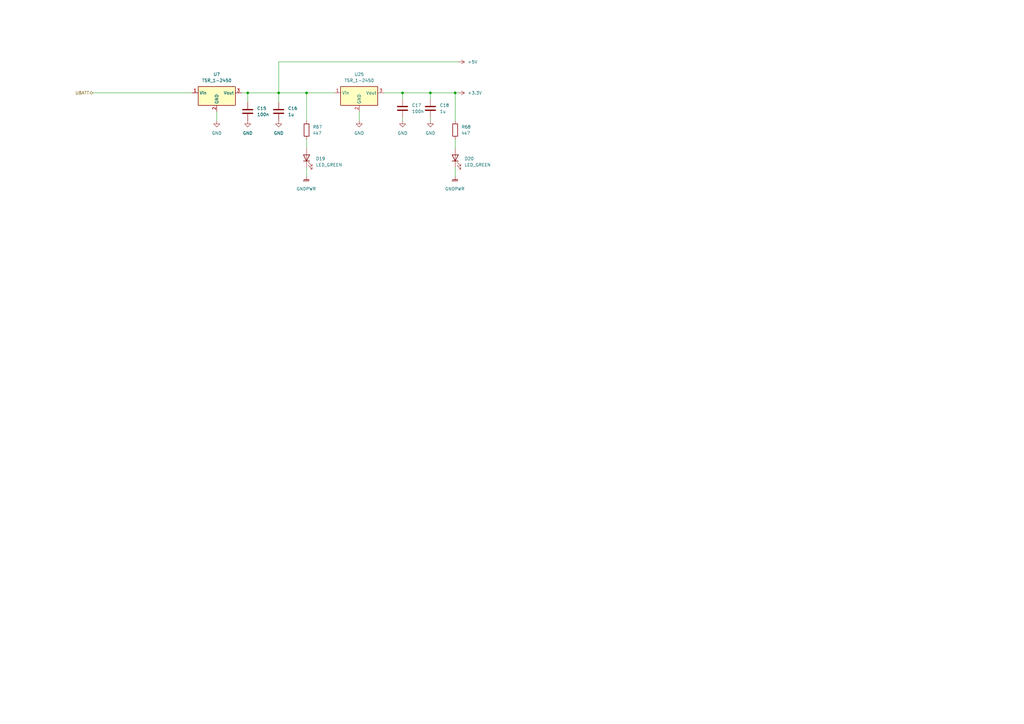
<source format=kicad_sch>
(kicad_sch (version 20231120) (generator "eeschema") (generator_version "8.0")
  (paper "A3")
  (lib_symbols
    (symbol "Device:C" (pin_numbers hide) (pin_names (offset 0.254))
      (property "Reference" "C" (at 0.635 2.54 0))
      (property "Value" "C" (at 0.635 -2.54 0))
      (symbol "C_0_1"
        (polyline (pts (xy -2.032 -0.762) (xy 2.032 -0.762)) (stroke (width 0.508)))
        (polyline (pts (xy -2.032 0.762) (xy 2.032 0.762)) (stroke (width 0.508)))
      )
      (symbol "C_1_1"
        (pin passive line (at 0 3.81 270) (length 2.794) (name "~") (number "1"))
        (pin passive line (at 0 -3.81 90) (length 2.794) (name "~") (number "2"))
      )
    )
    (symbol "Device:LED" (pin_numbers hide) (pin_names (offset 1.016) hide)
      (property "Reference" "D" (at 0 2.54 0))
      (property "Value" "LED" (at 0 -2.54 0))
      (symbol "LED_0_1"
        (polyline (pts (xy -1.27 -1.27) (xy -1.27 1.27)) (stroke (width 0.254)))
        (polyline (pts (xy -1.27 0) (xy 1.27 0)))
        (polyline (pts (xy 1.27 -1.27) (xy 1.27 1.27) (xy -1.27 0) (xy 1.27 -1.27)) (stroke (width 0.254)))
        (polyline (pts (xy -3.048 -0.762) (xy -4.572 -2.286) (xy -3.81 -2.286) (xy -4.572 -2.286) (xy -4.572 -1.524)))
        (polyline (pts (xy -1.778 -0.762) (xy -3.302 -2.286) (xy -2.54 -2.286) (xy -3.302 -2.286) (xy -3.302 -1.524)))
      )
      (symbol "LED_1_1"
        (pin passive line (at -3.81 0 0) (length 2.54) (name "K") (number "1"))
        (pin passive line (at 3.81 0 180) (length 2.54) (name "A") (number "2"))
      )
    )
    (symbol "Device:R" (pin_numbers hide) (pin_names (offset 0))
      (property "Reference" "R" (at 2.032 0 90))
      (property "Value" "R" (at 0 0 90))
      (symbol "R_0_1"
        (rectangle (start -1.016 -2.54) (end 1.016 2.54) (stroke (width 0.254)))
      )
      (symbol "R_1_1"
        (pin passive line (at 0 3.81 270) (length 1.27) (name "~") (number "1"))
        (pin passive line (at 0 -3.81 90) (length 1.27) (name "~") (number "2"))
      )
    )
    (symbol "Regulator_Switching:TSR_1-2450"
      (property "Reference" "U" (at -7.62 6.35 0))
      (property "Value" "TSR_1-2450" (at -1.27 6.35 0))
      (symbol "TSR_1-2450_0_1"
        (rectangle (start -7.62 5.08) (end 7.62 -2.54) (stroke (width 0.254)) (fill (type background)))
      )
      (symbol "TSR_1-2450_1_1"
        (pin power_in line (at -10.16 2.54 0) (length 2.54) (name "Vin") (number "1"))
        (pin power_in line (at 0 -5.08 90) (length 2.54) (name "GND") (number "2"))
        (pin power_out line (at 10.16 2.54 180) (length 2.54) (name "Vout") (number "3"))
      )
    )
    (symbol "power:+3.3V" (power) (pin_names (offset 0))
      (property "Value" "+3.3V" (at 0 3.556 0))
      (symbol "+3.3V_0_1"
        (polyline (pts (xy -0.762 1.27) (xy 0 2.54)))
        (polyline (pts (xy 0 0) (xy 0 2.54)))
        (polyline (pts (xy 0 2.54) (xy 0.762 1.27)))
      )
      (symbol "+3.3V_1_1"
        (pin power_in line (at 0 0 90) (length 0) hide (name "+3.3V") (number "1"))
      )
    )
    (symbol "power:+5V" (power) (pin_names (offset 0))
      (property "Value" "+5V" (at 0 3.556 0))
      (symbol "+5V_0_1"
        (polyline (pts (xy -0.762 1.27) (xy 0 2.54)))
        (polyline (pts (xy 0 0) (xy 0 2.54)))
        (polyline (pts (xy 0 2.54) (xy 0.762 1.27)))
      )
      (symbol "+5V_1_1"
        (pin power_in line (at 0 0 90) (length 0) hide (name "+5V") (number "1"))
      )
    )
    (symbol "power:GND" (power) (pin_names (offset 0))
      (property "Value" "GND" (at 0 -3.81 0))
      (symbol "GND_0_1"
        (polyline (pts (xy 0 0) (xy 0 -1.27) (xy 1.27 -1.27) (xy 0 -2.54) (xy -1.27 -1.27) (xy 0 -1.27)))
      )
      (symbol "GND_1_1"
        (pin power_in line (at 0 0 270) (length 0) hide (name "GND") (number "1"))
      )
    )
    (symbol "power:GNDPWR" (power) (pin_names (offset 0))
      (property "Value" "GNDPWR" (at 0 -3.302 0))
      (symbol "GNDPWR_0_1"
        (polyline (pts (xy 0 -1.27) (xy 0 0)))
        (polyline (pts (xy -1.016 -1.27) (xy -1.27 -2.032) (xy -1.27 -2.032)) (stroke (width 0.2032)))
        (polyline (pts (xy -0.508 -1.27) (xy -0.762 -2.032) (xy -0.762 -2.032)) (stroke (width 0.2032)))
        (polyline (pts (xy 0 -1.27) (xy -0.254 -2.032) (xy -0.254 -2.032)) (stroke (width 0.2032)))
        (polyline (pts (xy 0.508 -1.27) (xy 0.254 -2.032) (xy 0.254 -2.032)) (stroke (width 0.2032)))
        (polyline (pts (xy 1.016 -1.27) (xy -1.016 -1.27) (xy -1.016 -1.27)) (stroke (width 0.2032)))
        (polyline (pts (xy 1.016 -1.27) (xy 0.762 -2.032) (xy 0.762 -2.032) (xy 0.762 -2.032)) (stroke (width 0.2032)))
      )
      (symbol "GNDPWR_1_1"
        (pin power_in line (at 0 0 270) (length 0) hide (name "GNDPWR") (number "1"))
      )
    )
  )
  (junction (at 101.6 38.1))
  (junction (at 186.69 38.1))
  (junction (at 176.53 38.1))
  (junction (at 125.73 38.1))
  (junction (at 165.1 38.1))
  (junction (at 114.3 38.1))
  (wire (pts (xy 38.1 38.1) (xy 78.74 38.1)))
  (wire (pts (xy 125.73 68.58) (xy 125.73 72.39)))
  (wire (pts (xy 147.32 49.53) (xy 147.32 45.72)))
  (wire (pts (xy 125.73 38.1) (xy 125.73 49.53)))
  (wire (pts (xy 186.69 38.1) (xy 187.96 38.1)))
  (wire (pts (xy 176.53 49.53) (xy 176.53 48.26)))
  (wire (pts (xy 186.69 38.1) (xy 186.69 49.53)))
  (wire (pts (xy 99.06 38.1) (xy 101.6 38.1)))
  (wire (pts (xy 114.3 38.1) (xy 125.73 38.1)))
  (wire (pts (xy 176.53 38.1) (xy 176.53 40.64)))
  (wire (pts (xy 125.73 38.1) (xy 137.16 38.1)))
  (wire (pts (xy 165.1 38.1) (xy 176.53 38.1)))
  (wire (pts (xy 88.9 49.53) (xy 88.9 45.72)))
  (wire (pts (xy 176.53 38.1) (xy 186.69 38.1)))
  (wire (pts (xy 157.48 38.1) (xy 165.1 38.1)))
  (wire (pts (xy 125.73 57.15) (xy 125.73 60.96)))
  (wire (pts (xy 114.3 38.1) (xy 114.3 41.91)))
  (wire (pts (xy 114.3 25.4) (xy 114.3 38.1)))
  (wire (pts (xy 165.1 49.53) (xy 165.1 48.26)))
  (wire (pts (xy 165.1 38.1) (xy 165.1 40.64)))
  (wire (pts (xy 186.69 57.15) (xy 186.69 60.96)))
  (wire (pts (xy 186.69 68.58) (xy 186.69 72.39)))
  (wire (pts (xy 101.6 38.1) (xy 101.6 41.91)))
  (wire (pts (xy 101.6 38.1) (xy 114.3 38.1)))
  (wire (pts (xy 187.96 25.4) (xy 114.3 25.4)))
  (hierarchical_label "UBATT" (shape bidirectional) (at 38.1 38.1 180))
  (symbol (lib_id "Device:C") (at 176.53 44.45 0) (unit 1)
    (property "Reference" "C18" (at 180.34 43.1799 0) (effects (justify left)))
    (property "Value" "1u" (at 180.34 45.7199 0) (effects (justify left)))
    (property "Footprint" "Capacitor_SMD:C_0603_1608Metric" (effects (hide yes)))
  )
  (symbol (lib_id "Regulator_Switching:TSR_1-2450") (at 147.32 40.64 0) (unit 1)
    (property "Reference" "U25" (at 147.32 30.48 0))
    (property "Value" "TSR_1-2450" (at 147.32 33.02 0))
    (property "Footprint" "Converter_DCDC:Converter_DCDC_TRACO_TSR-1_THT" (effects (hide yes)))
    (property "Datasheet" "http://www.tracopower.com/products/tsr1.pdf" (effects (hide yes)))
  )
  (symbol (lib_id "Device:R") (at 186.69 53.34 0) (unit 1)
    (property "Reference" "R68" (at 189.23 52.0699 0) (effects (justify left)))
    (property "Value" "4k7" (at 189.23 54.6099 0) (effects (justify left)))
    (property "Footprint" "Resistor_SMD:R_0603_1608Metric" (effects (hide yes)))
  )
  (symbol (lib_id "Device:LED") (at 125.73 64.77 90) (unit 1)
    (property "Reference" "D19" (at 129.54 65.0874 90) (effects (justify right)))
    (property "Value" "LED_GREEN" (at 129.54 67.6274 90) (effects (justify right)))
    (property "Footprint" "LED_SMD:LED_0603_1608Metric" (effects (hide yes)))
  )
  (symbol (lib_id "power:GND") (at 101.6 49.53 0) (unit 1)
    (property "Reference" "#PWR011" (effects (hide yes)))
    (property "Value" "GND" (at 101.6 54.61 0))
  )
  (symbol (lib_id "power:GNDPWR") (at 125.73 72.39 0) (unit 1)
    (property "Reference" "#PWR0212" (effects (hide yes)))
    (property "Value" "GNDPWR" (at 125.603 77.47 0))
  )
  (symbol (lib_id "Device:C") (at 114.3 45.72 0) (unit 1)
    (property "Reference" "C16" (at 118.11 44.4499 0) (effects (justify left)))
    (property "Value" "1u" (at 118.11 46.9899 0) (effects (justify left)))
    (property "Footprint" "Capacitor_SMD:C_0603_1608Metric" (effects (hide yes)))
  )
  (symbol (lib_id "power:GNDPWR") (at 186.69 72.39 0) (unit 1)
    (property "Reference" "#PWR0213" (effects (hide yes)))
    (property "Value" "GNDPWR" (at 186.563 77.47 0))
  )
  (symbol (lib_id "Device:R") (at 125.73 53.34 0) (unit 1)
    (property "Reference" "R67" (at 128.27 52.0699 0) (effects (justify left)))
    (property "Value" "4k7" (at 128.27 54.6099 0) (effects (justify left)))
    (property "Footprint" "Resistor_SMD:R_0603_1608Metric" (effects (hide yes)))
  )
  (symbol (lib_id "power:+5V") (at 187.96 25.4 270) (unit 1)
    (property "Reference" "#PWR017" (effects (hide yes)))
    (property "Value" "+5V" (at 191.77 25.3999 90) (effects (justify left)))
  )
  (symbol (lib_id "Device:C") (at 165.1 44.45 0) (unit 1)
    (property "Reference" "C17" (at 168.91 43.1799 0) (effects (justify left)))
    (property "Value" "100n" (at 168.91 45.7199 0) (effects (justify left)))
    (property "Footprint" "Capacitor_SMD:C_0603_1608Metric" (effects (hide yes)))
  )
  (symbol (lib_id "power:GND") (at 147.32 49.53 0) (unit 1)
    (property "Reference" "#PWR014" (effects (hide yes)))
    (property "Value" "GND" (at 147.32 54.61 0))
  )
  (symbol (lib_id "power:GND") (at 165.1 49.53 0) (unit 1)
    (property "Reference" "#PWR016" (effects (hide yes)))
    (property "Value" "GND" (at 165.1 54.61 0))
  )
  (symbol (lib_id "power:GND") (at 88.9 49.53 0) (unit 1)
    (property "Reference" "#PWR09" (effects (hide yes)))
    (property "Value" "GND" (at 88.9 54.61 0))
  )
  (symbol (lib_id "Regulator_Switching:TSR_1-2450") (at 88.9 40.64 0) (unit 1)
    (property "Reference" "U7" (at 88.9 30.48 0))
    (property "Value" "TSR_1-2450" (at 88.9 33.02 0))
    (property "Footprint" "Converter_DCDC:Converter_DCDC_TRACO_TSR-1_THT" (effects (hide yes)))
    (property "Datasheet" "http://www.tracopower.com/products/tsr1.pdf" (effects (hide yes)))
  )
  (symbol (lib_id "power:GND") (at 176.53 49.53 0) (unit 1)
    (property "Reference" "#PWR020" (effects (hide yes)))
    (property "Value" "GND" (at 176.53 54.61 0))
  )
  (symbol (lib_id "Device:LED") (at 186.69 64.77 90) (unit 1)
    (property "Reference" "D20" (at 190.5 65.0874 90) (effects (justify right)))
    (property "Value" "LED_GREEN" (at 190.5 67.6274 90) (effects (justify right)))
    (property "Footprint" "LED_SMD:LED_0603_1608Metric" (effects (hide yes)))
  )
  (symbol (lib_id "Device:C") (at 101.6 45.72 0) (unit 1)
    (property "Reference" "C15" (at 105.41 44.4499 0) (effects (justify left)))
    (property "Value" "100n" (at 105.41 46.9899 0) (effects (justify left)))
    (property "Footprint" "Capacitor_SMD:C_0603_1608Metric" (effects (hide yes)))
  )
  (symbol (lib_id "power:+3.3V") (at 187.96 38.1 270) (unit 1)
    (property "Reference" "#PWR018" (effects (hide yes)))
    (property "Value" "+3.3V" (at 191.77 38.0999 90) (effects (justify left)))
  )
  (symbol (lib_id "power:GND") (at 114.3 49.53 0) (unit 1)
    (property "Reference" "#PWR013" (effects (hide yes)))
    (property "Value" "GND" (at 114.3 54.61 0))
  )
)
</source>
